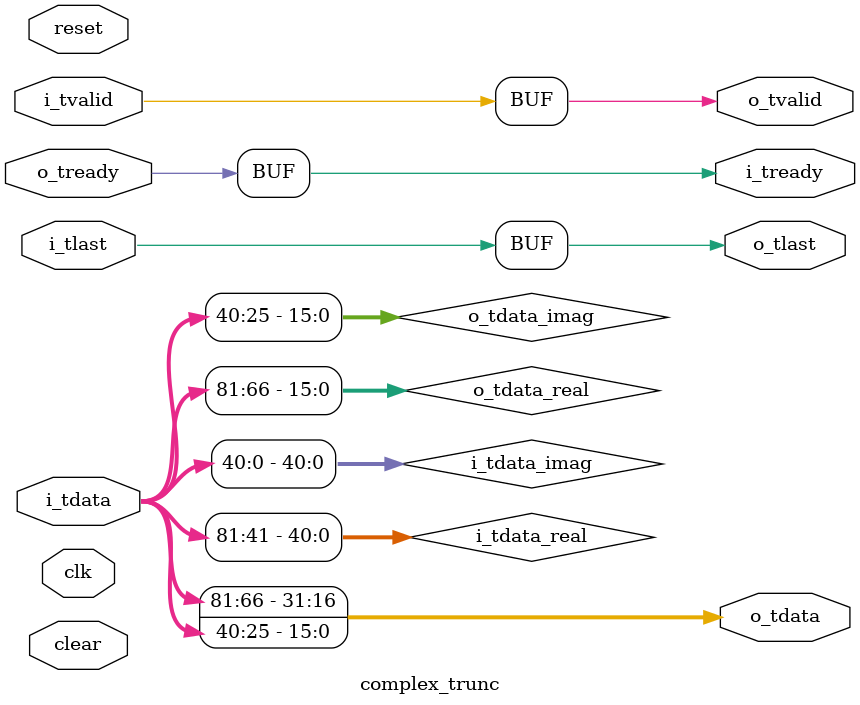
<source format=sv>
module complex_trunc #(
    parameter integer WIDTH_IN = 41,
    parameter integer WIDTH_OUT = 16
)(
    input clk, input reset, input clear,

    // Input signals
    input [2*WIDTH_IN-1:0] i_tdata,
    input i_tlast,
    input i_tvalid,
    output i_tready,

    // Output signals (delayed & synchronized input)
    output [2*WIDTH_OUT-1:0] o_tdata,
    output o_tlast,
    output o_tvalid,
    input o_tready
);

wire [WIDTH_IN-1:0] i_tdata_real, i_tdata_imag;
wire [WIDTH_OUT-1:0] o_tdata_real, o_tdata_imag;

// Get the I/Q components from the input data
assign i_tdata_real = i_tdata[2*WIDTH_IN-1:WIDTH_IN];
assign i_tdata_imag = i_tdata[WIDTH_IN-1:0];

// Output the truncated I/Q components
assign o_tdata_real = i_tdata_real[WIDTH_IN-1:WIDTH_IN-WIDTH_OUT];
assign o_tdata_imag = i_tdata_imag[WIDTH_IN-1:WIDTH_IN-WIDTH_OUT];
assign o_tdata = {o_tdata_real, o_tdata_imag};

assign o_tlast = i_tlast;
assign o_tvalid = i_tvalid;
assign i_tready = o_tready;

endmodule // complex_trunc
</source>
